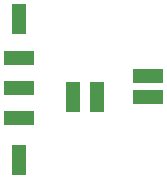
<source format=gbr>
G04 EAGLE Gerber RS-274X export*
G75*
%MOMM*%
%FSLAX34Y34*%
%LPD*%
%INSolderpaste Top*%
%IPPOS*%
%AMOC8*
5,1,8,0,0,1.08239X$1,22.5*%
G01*
%ADD10R,2.540000X1.270000*%
%ADD11R,1.270000X2.540000*%


D10*
X22860Y111760D03*
X22860Y86360D03*
X22860Y60960D03*
D11*
X68580Y78740D03*
D10*
X132080Y96520D03*
X132080Y78740D03*
D11*
X88900Y78740D03*
X22860Y144780D03*
X22860Y25400D03*
M02*

</source>
